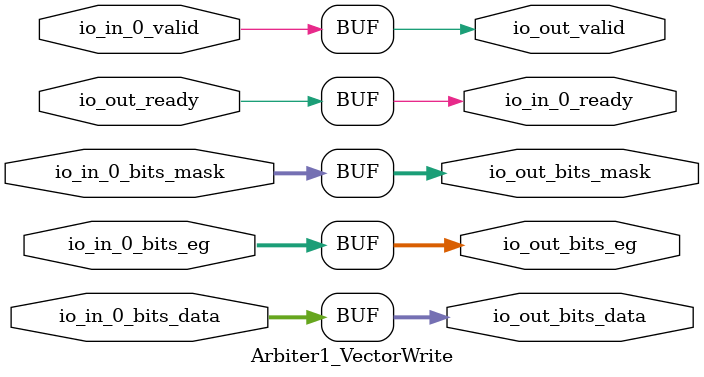
<source format=sv>
`ifndef RANDOMIZE
  `ifdef RANDOMIZE_REG_INIT
    `define RANDOMIZE
  `endif // RANDOMIZE_REG_INIT
`endif // not def RANDOMIZE
`ifndef RANDOMIZE
  `ifdef RANDOMIZE_MEM_INIT
    `define RANDOMIZE
  `endif // RANDOMIZE_MEM_INIT
`endif // not def RANDOMIZE

`ifndef RANDOM
  `define RANDOM $random
`endif // not def RANDOM

// Users can define 'PRINTF_COND' to add an extra gate to prints.
`ifndef PRINTF_COND_
  `ifdef PRINTF_COND
    `define PRINTF_COND_ (`PRINTF_COND)
  `else  // PRINTF_COND
    `define PRINTF_COND_ 1
  `endif // PRINTF_COND
`endif // not def PRINTF_COND_

// Users can define 'ASSERT_VERBOSE_COND' to add an extra gate to assert error printing.
`ifndef ASSERT_VERBOSE_COND_
  `ifdef ASSERT_VERBOSE_COND
    `define ASSERT_VERBOSE_COND_ (`ASSERT_VERBOSE_COND)
  `else  // ASSERT_VERBOSE_COND
    `define ASSERT_VERBOSE_COND_ 1
  `endif // ASSERT_VERBOSE_COND
`endif // not def ASSERT_VERBOSE_COND_

// Users can define 'STOP_COND' to add an extra gate to stop conditions.
`ifndef STOP_COND_
  `ifdef STOP_COND
    `define STOP_COND_ (`STOP_COND)
  `else  // STOP_COND
    `define STOP_COND_ 1
  `endif // STOP_COND
`endif // not def STOP_COND_

// Users can define INIT_RANDOM as general code that gets injected into the
// initializer block for modules with registers.
`ifndef INIT_RANDOM
  `define INIT_RANDOM
`endif // not def INIT_RANDOM

// If using random initialization, you can also define RANDOMIZE_DELAY to
// customize the delay used, otherwise 0.002 is used.
`ifndef RANDOMIZE_DELAY
  `define RANDOMIZE_DELAY 0.002
`endif // not def RANDOMIZE_DELAY

// Define INIT_RANDOM_PROLOG_ for use in our modules below.
`ifndef INIT_RANDOM_PROLOG_
  `ifdef RANDOMIZE
    `ifdef VERILATOR
      `define INIT_RANDOM_PROLOG_ `INIT_RANDOM
    `else  // VERILATOR
      `define INIT_RANDOM_PROLOG_ `INIT_RANDOM #`RANDOMIZE_DELAY begin end
    `endif // VERILATOR
  `else  // RANDOMIZE
    `define INIT_RANDOM_PROLOG_
  `endif // RANDOMIZE
`endif // not def INIT_RANDOM_PROLOG_

// Include register initializers in init blocks unless synthesis is set
`ifndef SYNTHESIS
  `ifndef ENABLE_INITIAL_REG_
    `define ENABLE_INITIAL_REG_
  `endif // not def ENABLE_INITIAL_REG_
`endif // not def SYNTHESIS

// Include rmemory initializers in init blocks unless synthesis is set
`ifndef SYNTHESIS
  `ifndef ENABLE_INITIAL_MEM_
    `define ENABLE_INITIAL_MEM_
  `endif // not def ENABLE_INITIAL_MEM_
`endif // not def SYNTHESIS

module Arbiter1_VectorWrite(	// @[src/main/scala/chisel3/util/Arbiter.scala:133:7]
  output         io_in_0_ready,	// @[src/main/scala/chisel3/util/Arbiter.scala:140:14]
  input          io_in_0_valid,	// @[src/main/scala/chisel3/util/Arbiter.scala:140:14]
  input  [5:0]   io_in_0_bits_eg,	// @[src/main/scala/chisel3/util/Arbiter.scala:140:14]
  input  [127:0] io_in_0_bits_data,	// @[src/main/scala/chisel3/util/Arbiter.scala:140:14]
  input  [127:0] io_in_0_bits_mask,	// @[src/main/scala/chisel3/util/Arbiter.scala:140:14]
  input          io_out_ready,	// @[src/main/scala/chisel3/util/Arbiter.scala:140:14]
  output         io_out_valid,	// @[src/main/scala/chisel3/util/Arbiter.scala:140:14]
  output [5:0]   io_out_bits_eg,	// @[src/main/scala/chisel3/util/Arbiter.scala:140:14]
  output [127:0] io_out_bits_data,	// @[src/main/scala/chisel3/util/Arbiter.scala:140:14]
  output [127:0] io_out_bits_mask	// @[src/main/scala/chisel3/util/Arbiter.scala:140:14]
);

  assign io_in_0_ready = io_out_ready;	// @[src/main/scala/chisel3/util/Arbiter.scala:133:7]
  assign io_out_valid = io_in_0_valid;	// @[src/main/scala/chisel3/util/Arbiter.scala:133:7]
  assign io_out_bits_eg = io_in_0_bits_eg;	// @[src/main/scala/chisel3/util/Arbiter.scala:133:7]
  assign io_out_bits_data = io_in_0_bits_data;	// @[src/main/scala/chisel3/util/Arbiter.scala:133:7]
  assign io_out_bits_mask = io_in_0_bits_mask;	// @[src/main/scala/chisel3/util/Arbiter.scala:133:7]
endmodule


</source>
